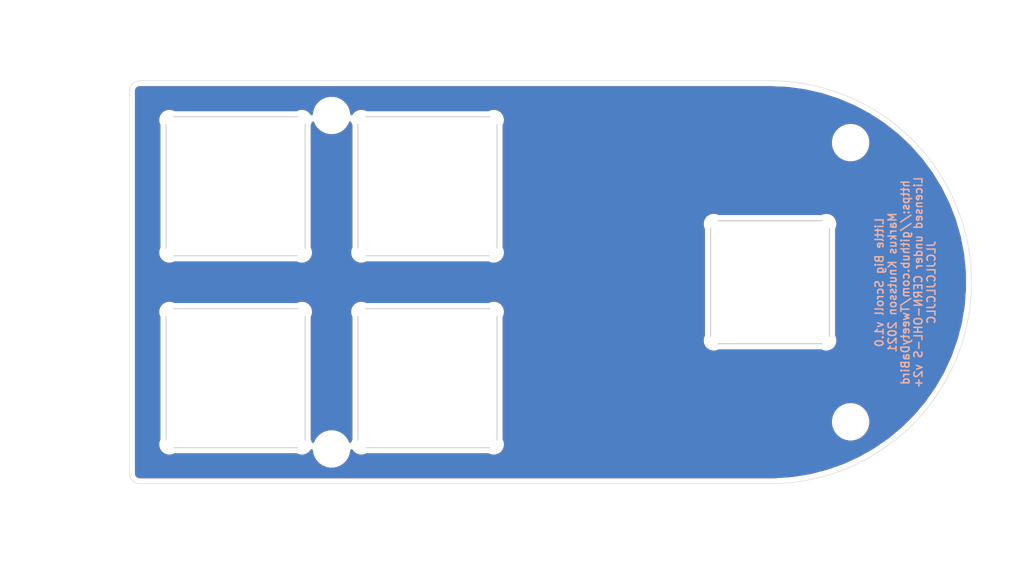
<source format=kicad_pcb>
(kicad_pcb (version 20171130) (host pcbnew "(5.1.9)-1")

  (general
    (thickness 1.6)
    (drawings 14)
    (tracks 0)
    (zones 0)
    (modules 9)
    (nets 1)
  )

  (page A4)
  (title_block
    (title "Little Big Scroll")
    (date 2021-11-30)
    (rev v1.0)
    (company "Markus Knutsson <markus.knutsson@tweety.se>")
    (comment 1 https://github.com/TweetyDaBird)
    (comment 2 "Licensed under CERN-OHL-S v2 or superseding version")
  )

  (layers
    (0 F.Cu signal)
    (31 B.Cu signal)
    (32 B.Adhes user hide)
    (33 F.Adhes user hide)
    (34 B.Paste user hide)
    (35 F.Paste user hide)
    (36 B.SilkS user)
    (37 F.SilkS user)
    (38 B.Mask user hide)
    (39 F.Mask user hide)
    (40 Dwgs.User user hide)
    (41 Cmts.User user hide)
    (42 Eco1.User user hide)
    (43 Eco2.User user hide)
    (44 Edge.Cuts user)
    (45 Margin user hide)
    (46 B.CrtYd user hide)
    (47 F.CrtYd user hide)
    (48 B.Fab user hide)
    (49 F.Fab user hide)
  )

  (setup
    (last_trace_width 0.25)
    (trace_clearance 0.2)
    (zone_clearance 0.508)
    (zone_45_only yes)
    (trace_min 0.2)
    (via_size 0.8)
    (via_drill 0.4)
    (via_min_size 0.4)
    (via_min_drill 0.3)
    (uvia_size 0.3)
    (uvia_drill 0.1)
    (uvias_allowed no)
    (uvia_min_size 0.2)
    (uvia_min_drill 0.1)
    (edge_width 0.05)
    (segment_width 0.2)
    (pcb_text_width 0.3)
    (pcb_text_size 1.5 1.5)
    (mod_edge_width 0.12)
    (mod_text_size 1 1)
    (mod_text_width 0.15)
    (pad_size 1.524 1.524)
    (pad_drill 0.762)
    (pad_to_mask_clearance 0)
    (aux_axis_origin 0 0)
    (visible_elements 7FFFFFFF)
    (pcbplotparams
      (layerselection 0x010fc_ffffffff)
      (usegerberextensions true)
      (usegerberattributes true)
      (usegerberadvancedattributes false)
      (creategerberjobfile false)
      (excludeedgelayer true)
      (linewidth 0.100000)
      (plotframeref false)
      (viasonmask false)
      (mode 1)
      (useauxorigin false)
      (hpglpennumber 1)
      (hpglpenspeed 20)
      (hpglpendiameter 15.000000)
      (psnegative false)
      (psa4output false)
      (plotreference true)
      (plotvalue false)
      (plotinvisibletext false)
      (padsonsilk false)
      (subtractmaskfromsilk true)
      (outputformat 1)
      (mirror false)
      (drillshape 0)
      (scaleselection 1)
      (outputdirectory "Gerbers/"))
  )

  (net 0 "")

  (net_class Default "This is the default net class."
    (clearance 0.2)
    (trace_width 0.25)
    (via_dia 0.8)
    (via_drill 0.4)
    (uvia_dia 0.3)
    (uvia_drill 0.1)
  )

  (net_class VCC ""
    (clearance 0.2)
    (trace_width 0.45)
    (via_dia 0.8)
    (via_drill 0.4)
    (uvia_dia 0.3)
    (uvia_drill 0.1)
  )

  (module keyswitches:RotaryEncoder_PlateHole_Placeholder (layer F.Cu) (tedit 61A603EE) (tstamp 619F23CE)
    (at 219.38 111.555 90)
    (descr "Alps rotary encoder, EC12E... with switch, vertical shaft, http://www.alps.com/prod/info/E/HTML/Encoder/Incremental/EC11/EC11E15204A3.html")
    (tags "rotary encoder")
    (path /61F0CC2E)
    (fp_text reference SW7 (at -4.7 -7.2 90) (layer F.Fab)
      (effects (font (size 1 1) (thickness 0.15)))
    )
    (fp_text value Rotary_Encoder_Switch (at 0 7.9 90) (layer F.Fab)
      (effects (font (size 1 1) (thickness 0.15)))
    )
    (fp_line (start 6.1 -5.9) (end 6.1 5.9) (layer Edge.Cuts) (width 0.12))
    (fp_line (start -6.1 -5.9) (end -6.1 5.9) (layer Edge.Cuts) (width 0.12))
    (fp_line (start 6.1 -5.9) (end -6.1 -5.9) (layer Edge.Cuts) (width 0.12))
    (fp_line (start 6.1 5.9) (end -6.1 5.9) (layer Edge.Cuts) (width 0.12))
    (pad "" np_thru_hole circle (at 5.7786 -5.5786 90) (size 1 1) (drill 1) (layers *.Cu *.Mask))
    (pad "" np_thru_hole circle (at -5.7786 5.5786 90) (size 1 1) (drill 1) (layers *.Cu *.Mask))
    (pad "" np_thru_hole circle (at -5.7786 -5.5786 90) (size 1 1) (drill 1) (layers *.Cu *.Mask))
    (pad "" np_thru_hole circle (at 5.7786 5.5786 90) (size 1 1) (drill 1) (layers *.Cu *.Mask))
    (model ${KISYS3DMOD}/Rotary_Encoder.3dshapes/RotaryEncoder_Alps_EC11E-Switch_Vertical_H20mm.wrl
      (at (xyz 0 0 0))
      (scale (xyz 1 1 1))
      (rotate (xyz 0 0 0))
    )
  )

  (module keyswitches:Cherry_MX_Plate_Placeholder (layer F.Cu) (tedit 61A601C9) (tstamp 619F03E7)
    (at 185.38 121.08)
    (descr "MX-style keyswitch with reversible Kailh socket mount")
    (tags MX,cherry,gateron,kailh,pg1511,socket)
    (path /61F0A1A5)
    (fp_text reference SW4 (at 0 0) (layer F.SilkS) hide
      (effects (font (size 1.27 1.27) (thickness 0.15)))
    )
    (fp_text value SW_Push (at 0 0) (layer F.SilkS) hide
      (effects (font (size 1.27 1.27) (thickness 0.15)))
    )
    (fp_line (start -6.9 6.9) (end 6.9 6.9) (layer Edge.Cuts) (width 0.1))
    (fp_line (start 6.9 -6.9) (end -6.9 -6.9) (layer Edge.Cuts) (width 0.1))
    (fp_line (start -6.9 -6.9) (end -6.9 6.9) (layer Edge.Cuts) (width 0.1))
    (fp_line (start 6.9 6.9) (end 6.9 -6.9) (layer Edge.Cuts) (width 0.1))
    (pad "" np_thru_hole circle (at -6.5786 -6.5786) (size 1 1) (drill 1) (layers *.Cu *.Mask))
    (pad "" np_thru_hole circle (at 6.5786 -6.5786) (size 1 1) (drill 1) (layers *.Cu *.Mask))
    (pad "" np_thru_hole circle (at 6.5786 6.5786) (size 1 1) (drill 1) (layers *.Cu *.Mask))
    (pad "" np_thru_hole circle (at -6.5786 6.5786) (size 1 1) (drill 1) (layers *.Cu *.Mask))
  )

  (module keyswitches:Cherry_MX_Plate_Placeholder (layer F.Cu) (tedit 61A601C9) (tstamp 619F03AC)
    (at 166.33 121.08)
    (descr "MX-style keyswitch with reversible Kailh socket mount")
    (tags MX,cherry,gateron,kailh,pg1511,socket)
    (path /61F08FF4)
    (fp_text reference SW3 (at 0 0) (layer F.SilkS) hide
      (effects (font (size 1.27 1.27) (thickness 0.15)))
    )
    (fp_text value SW_Push (at 0 0) (layer F.SilkS) hide
      (effects (font (size 1.27 1.27) (thickness 0.15)))
    )
    (fp_line (start -6.9 6.9) (end 6.9 6.9) (layer Edge.Cuts) (width 0.1))
    (fp_line (start 6.9 -6.9) (end -6.9 -6.9) (layer Edge.Cuts) (width 0.1))
    (fp_line (start -6.9 -6.9) (end -6.9 6.9) (layer Edge.Cuts) (width 0.1))
    (fp_line (start 6.9 6.9) (end 6.9 -6.9) (layer Edge.Cuts) (width 0.1))
    (pad "" np_thru_hole circle (at -6.5786 -6.5786) (size 1 1) (drill 1) (layers *.Cu *.Mask))
    (pad "" np_thru_hole circle (at 6.5786 -6.5786) (size 1 1) (drill 1) (layers *.Cu *.Mask))
    (pad "" np_thru_hole circle (at 6.5786 6.5786) (size 1 1) (drill 1) (layers *.Cu *.Mask))
    (pad "" np_thru_hole circle (at -6.5786 6.5786) (size 1 1) (drill 1) (layers *.Cu *.Mask))
  )

  (module keyswitches:Cherry_MX_Plate_Placeholder (layer F.Cu) (tedit 61A601C9) (tstamp 619F0371)
    (at 185.38 102.03)
    (descr "MX-style keyswitch with reversible Kailh socket mount")
    (tags MX,cherry,gateron,kailh,pg1511,socket)
    (path /61F08A46)
    (fp_text reference SW2 (at 0 0) (layer F.SilkS) hide
      (effects (font (size 1.27 1.27) (thickness 0.15)))
    )
    (fp_text value SW_Push (at 0 0) (layer F.SilkS) hide
      (effects (font (size 1.27 1.27) (thickness 0.15)))
    )
    (fp_line (start -6.9 6.9) (end 6.9 6.9) (layer Edge.Cuts) (width 0.1))
    (fp_line (start 6.9 -6.9) (end -6.9 -6.9) (layer Edge.Cuts) (width 0.1))
    (fp_line (start -6.9 -6.9) (end -6.9 6.9) (layer Edge.Cuts) (width 0.1))
    (fp_line (start 6.9 6.9) (end 6.9 -6.9) (layer Edge.Cuts) (width 0.1))
    (pad "" np_thru_hole circle (at -6.5786 -6.5786) (size 1 1) (drill 1) (layers *.Cu *.Mask))
    (pad "" np_thru_hole circle (at 6.5786 -6.5786) (size 1 1) (drill 1) (layers *.Cu *.Mask))
    (pad "" np_thru_hole circle (at 6.5786 6.5786) (size 1 1) (drill 1) (layers *.Cu *.Mask))
    (pad "" np_thru_hole circle (at -6.5786 6.5786) (size 1 1) (drill 1) (layers *.Cu *.Mask))
  )

  (module keyswitches:Cherry_MX_Plate_Placeholder (layer F.Cu) (tedit 61A601C9) (tstamp 619F0336)
    (at 166.33 102.03)
    (descr "MX-style keyswitch with reversible Kailh socket mount")
    (tags MX,cherry,gateron,kailh,pg1511,socket)
    (path /61F07A41)
    (fp_text reference SW1 (at 0 0) (layer F.SilkS) hide
      (effects (font (size 1.27 1.27) (thickness 0.15)))
    )
    (fp_text value SW_Push (at 0 0) (layer F.SilkS) hide
      (effects (font (size 1.27 1.27) (thickness 0.15)))
    )
    (fp_line (start -6.9 6.9) (end 6.9 6.9) (layer Edge.Cuts) (width 0.1))
    (fp_line (start 6.9 -6.9) (end -6.9 -6.9) (layer Edge.Cuts) (width 0.1))
    (fp_line (start -6.9 -6.9) (end -6.9 6.9) (layer Edge.Cuts) (width 0.1))
    (fp_line (start 6.9 6.9) (end 6.9 -6.9) (layer Edge.Cuts) (width 0.1))
    (pad "" np_thru_hole circle (at -6.5786 -6.5786) (size 1 1) (drill 1) (layers *.Cu *.Mask))
    (pad "" np_thru_hole circle (at 6.5786 -6.5786) (size 1 1) (drill 1) (layers *.Cu *.Mask))
    (pad "" np_thru_hole circle (at 6.5786 6.5786) (size 1 1) (drill 1) (layers *.Cu *.Mask))
    (pad "" np_thru_hole circle (at -6.5786 6.5786) (size 1 1) (drill 1) (layers *.Cu *.Mask))
  )

  (module MountingHole:MountingHole_2.7mm_M2.5 (layer F.Cu) (tedit 56D1B4CB) (tstamp 619F2A99)
    (at 175.855 128.105)
    (descr "Mounting Hole 2.7mm, no annular, M2.5")
    (tags "mounting hole 2.7mm no annular m2.5")
    (path /61F12261)
    (attr virtual)
    (fp_text reference H4 (at 0 -3.7) (layer F.SilkS) hide
      (effects (font (size 1 1) (thickness 0.15)))
    )
    (fp_text value Hole (at 0 3.7) (layer F.Fab)
      (effects (font (size 1 1) (thickness 0.15)))
    )
    (fp_circle (center 0 0) (end 2.7 0) (layer Cmts.User) (width 0.15))
    (fp_circle (center 0 0) (end 2.95 0) (layer F.CrtYd) (width 0.05))
    (fp_text user %R (at 0.3 0) (layer F.Fab)
      (effects (font (size 1 1) (thickness 0.15)))
    )
    (pad 1 np_thru_hole circle (at 0 0) (size 2.7 2.7) (drill 2.7) (layers *.Cu *.Mask))
  )

  (module MountingHole:MountingHole_2.7mm_M2.5 (layer F.Cu) (tedit 56D1B4CB) (tstamp 619F2A91)
    (at 227.38 125.411406)
    (descr "Mounting Hole 2.7mm, no annular, M2.5")
    (tags "mounting hole 2.7mm no annular m2.5")
    (path /61F12B94)
    (attr virtual)
    (fp_text reference H3 (at 0 -3.7) (layer F.SilkS) hide
      (effects (font (size 1 1) (thickness 0.15)))
    )
    (fp_text value Hole (at 0 3.7) (layer F.Fab)
      (effects (font (size 1 1) (thickness 0.15)))
    )
    (fp_circle (center 0 0) (end 2.7 0) (layer Cmts.User) (width 0.15))
    (fp_circle (center 0 0) (end 2.95 0) (layer F.CrtYd) (width 0.05))
    (fp_text user %R (at 0.3 0) (layer F.Fab)
      (effects (font (size 1 1) (thickness 0.15)))
    )
    (pad 1 np_thru_hole circle (at 0 0) (size 2.7 2.7) (drill 2.7) (layers *.Cu *.Mask))
  )

  (module MountingHole:MountingHole_2.7mm_M2.5 (layer F.Cu) (tedit 56D1B4CB) (tstamp 619F2A89)
    (at 227.38 97.698594)
    (descr "Mounting Hole 2.7mm, no annular, M2.5")
    (tags "mounting hole 2.7mm no annular m2.5")
    (path /61F11CB7)
    (attr virtual)
    (fp_text reference H2 (at 0 -3.7) (layer F.SilkS) hide
      (effects (font (size 1 1) (thickness 0.15)))
    )
    (fp_text value Hole (at 0 3.7) (layer F.Fab)
      (effects (font (size 1 1) (thickness 0.15)))
    )
    (fp_circle (center 0 0) (end 2.7 0) (layer Cmts.User) (width 0.15))
    (fp_circle (center 0 0) (end 2.95 0) (layer F.CrtYd) (width 0.05))
    (fp_text user %R (at 0.3 0) (layer F.Fab)
      (effects (font (size 1 1) (thickness 0.15)))
    )
    (pad 1 np_thru_hole circle (at 0 0) (size 2.7 2.7) (drill 2.7) (layers *.Cu *.Mask))
  )

  (module MountingHole:MountingHole_2.7mm_M2.5 (layer F.Cu) (tedit 56D1B4CB) (tstamp 619F2A81)
    (at 175.855 95.005)
    (descr "Mounting Hole 2.7mm, no annular, M2.5")
    (tags "mounting hole 2.7mm no annular m2.5")
    (path /61F12E62)
    (attr virtual)
    (fp_text reference H1 (at 0 -3.7) (layer F.SilkS) hide
      (effects (font (size 1 1) (thickness 0.15)))
    )
    (fp_text value Hole (at 0 3.7) (layer F.Fab)
      (effects (font (size 1 1) (thickness 0.15)))
    )
    (fp_circle (center 0 0) (end 2.7 0) (layer Cmts.User) (width 0.15))
    (fp_circle (center 0 0) (end 2.95 0) (layer F.CrtYd) (width 0.05))
    (fp_text user %R (at 0.3 0) (layer F.Fab)
      (effects (font (size 1 1) (thickness 0.15)))
    )
    (pad 1 np_thru_hole circle (at 0 0) (size 2.7 2.7) (drill 2.7) (layers *.Cu *.Mask))
  )

  (gr_text "Little Big Scroll v1.0\nMarkus Knutsson 2021\nhttps://github.com/TweetyDaBird\nLicensed under CERN-OHL-S v2+\nJLCJLCJLCJLC" (at 232.81 111.58 90) (layer B.SilkS)
    (effects (font (size 0.8 0.8) (thickness 0.15)) (justify mirror))
  )
  (gr_arc (start 156.805 92.56) (end 156.805 91.56) (angle -90) (layer Edge.Cuts) (width 0.05) (tstamp 61A196CD))
  (gr_arc (start 156.805 130.55) (end 155.805 130.55) (angle -90) (layer Edge.Cuts) (width 0.05))
  (gr_arc (start 219.38 111.555) (end 219.38 131.55) (angle -180) (layer Edge.Cuts) (width 0.05))
  (gr_arc (start 219.38 111.555) (end 219.38 131.555) (angle -180) (layer Dwgs.User) (width 0.15))
  (gr_line (start 155.8 91.555) (end 219.38 91.555) (layer Dwgs.User) (width 0.15) (tstamp 619F7CAD))
  (gr_line (start 155.8 91.555) (end 155.8 131.555) (layer Dwgs.User) (width 0.15))
  (gr_line (start 155.8 131.555) (end 219.38 131.555) (layer Dwgs.User) (width 0.15))
  (gr_circle (center 219.38 111.555) (end 239.38 111.555) (layer Dwgs.User) (width 0.15) (tstamp 619F30B2))
  (gr_line (start 155.805 92.56) (end 155.805 130.55) (layer Edge.Cuts) (width 0.05))
  (gr_line (start 156.805 131.55) (end 219.38 131.55) (layer Edge.Cuts) (width 0.05))
  (gr_line (start 156.805 91.56) (end 219.38 91.56) (layer Edge.Cuts) (width 0.05))
  (gr_circle (center 219.38 111.555) (end 231.38 111.555) (layer Dwgs.User) (width 0.15) (tstamp 619F2630))
  (gr_circle (center 219.38 111.555) (end 234.38 111.555) (layer Dwgs.User) (width 0.15))

  (zone (net 0) (net_name "") (layer B.Cu) (tstamp 0) (hatch edge 0.508)
    (connect_pads (clearance 0.508))
    (min_thickness 0.254)
    (fill yes (arc_segments 32) (thermal_gap 0.508) (thermal_bridge_width 0.508))
    (polygon
      (pts
        (xy 244.61 139.82) (xy 142.94 139.82) (xy 142.94 83.54) (xy 244.61 83.54)
      )
    )
    (filled_polygon
      (pts
        (xy 221.098706 92.297197) (xy 222.803819 92.526222) (xy 224.481811 92.905913) (xy 226.119415 93.433267) (xy 227.703645 94.104102)
        (xy 229.221976 94.913112) (xy 230.662394 95.853901) (xy 232.013458 96.918994) (xy 233.264504 98.099984) (xy 234.405606 99.387499)
        (xy 235.427747 100.771366) (xy 236.322816 102.240608) (xy 237.083738 103.783603) (xy 237.70448 105.388128) (xy 238.180136 107.041486)
        (xy 238.506933 108.730582) (xy 238.682287 110.442044) (xy 238.704806 112.162299) (xy 238.574313 113.877773) (xy 238.291845 115.574833)
        (xy 237.859634 117.240073) (xy 237.281099 118.86031) (xy 236.560832 120.422692) (xy 235.704526 121.914864) (xy 234.71897 123.325002)
        (xy 233.61195 124.64196) (xy 232.392253 125.855287) (xy 231.069527 126.955386) (xy 229.654243 127.933549) (xy 228.157614 128.782025)
        (xy 226.591472 129.494108) (xy 224.968237 130.064147) (xy 223.300765 130.487631) (xy 221.602234 130.761212) (xy 219.875748 130.883454)
        (xy 219.375715 130.89) (xy 156.837279 130.89) (xy 156.739576 130.88042) (xy 156.676643 130.86142) (xy 156.618594 130.830554)
        (xy 156.567657 130.789011) (xy 156.525752 130.738356) (xy 156.494485 130.680529) (xy 156.475044 130.617728) (xy 156.465 130.522165)
        (xy 156.465 114.389612) (xy 158.6164 114.389612) (xy 158.6164 114.613188) (xy 158.660017 114.832467) (xy 158.745 115.037634)
        (xy 158.745001 127.122364) (xy 158.660017 127.327533) (xy 158.6164 127.546812) (xy 158.6164 127.770388) (xy 158.660017 127.989667)
        (xy 158.745576 128.196224) (xy 158.869788 128.38212) (xy 158.892532 128.404864) (xy 158.943289 128.466711) (xy 159.005136 128.517468)
        (xy 159.02788 128.540212) (xy 159.213776 128.664424) (xy 159.420333 128.749983) (xy 159.639612 128.7936) (xy 159.863188 128.7936)
        (xy 160.082467 128.749983) (xy 160.287633 128.665) (xy 172.372367 128.665) (xy 172.577533 128.749983) (xy 172.796812 128.7936)
        (xy 173.020388 128.7936) (xy 173.239667 128.749983) (xy 173.446224 128.664424) (xy 173.63212 128.540212) (xy 173.654864 128.517468)
        (xy 173.716711 128.466711) (xy 173.767468 128.404864) (xy 173.790212 128.38212) (xy 173.87 128.262709) (xy 173.87 128.300505)
        (xy 173.946282 128.684003) (xy 174.095915 129.04525) (xy 174.313149 129.370364) (xy 174.589636 129.646851) (xy 174.91475 129.864085)
        (xy 175.275997 130.013718) (xy 175.659495 130.09) (xy 176.050505 130.09) (xy 176.434003 130.013718) (xy 176.79525 129.864085)
        (xy 177.120364 129.646851) (xy 177.396851 129.370364) (xy 177.614085 129.04525) (xy 177.763718 128.684003) (xy 177.84 128.300505)
        (xy 177.84 128.262709) (xy 177.919788 128.38212) (xy 177.942532 128.404864) (xy 177.993289 128.466711) (xy 178.055136 128.517468)
        (xy 178.07788 128.540212) (xy 178.263776 128.664424) (xy 178.470333 128.749983) (xy 178.689612 128.7936) (xy 178.913188 128.7936)
        (xy 179.132467 128.749983) (xy 179.337633 128.665) (xy 191.422367 128.665) (xy 191.627533 128.749983) (xy 191.846812 128.7936)
        (xy 192.070388 128.7936) (xy 192.289667 128.749983) (xy 192.496224 128.664424) (xy 192.68212 128.540212) (xy 192.704864 128.517468)
        (xy 192.766711 128.466711) (xy 192.817468 128.404864) (xy 192.840212 128.38212) (xy 192.964424 128.196224) (xy 193.049983 127.989667)
        (xy 193.0936 127.770388) (xy 193.0936 127.546812) (xy 193.049983 127.327533) (xy 192.965 127.122367) (xy 192.965 125.215901)
        (xy 225.395 125.215901) (xy 225.395 125.606911) (xy 225.471282 125.990409) (xy 225.620915 126.351656) (xy 225.838149 126.67677)
        (xy 226.114636 126.953257) (xy 226.43975 127.170491) (xy 226.800997 127.320124) (xy 227.184495 127.396406) (xy 227.575505 127.396406)
        (xy 227.959003 127.320124) (xy 228.32025 127.170491) (xy 228.645364 126.953257) (xy 228.921851 126.67677) (xy 229.139085 126.351656)
        (xy 229.288718 125.990409) (xy 229.365 125.606911) (xy 229.365 125.215901) (xy 229.288718 124.832403) (xy 229.139085 124.471156)
        (xy 228.921851 124.146042) (xy 228.645364 123.869555) (xy 228.32025 123.652321) (xy 227.959003 123.502688) (xy 227.575505 123.426406)
        (xy 227.184495 123.426406) (xy 226.800997 123.502688) (xy 226.43975 123.652321) (xy 226.114636 123.869555) (xy 225.838149 124.146042)
        (xy 225.620915 124.471156) (xy 225.471282 124.832403) (xy 225.395 125.215901) (xy 192.965 125.215901) (xy 192.965 115.037633)
        (xy 193.049983 114.832467) (xy 193.0936 114.613188) (xy 193.0936 114.389612) (xy 193.049983 114.170333) (xy 192.964424 113.963776)
        (xy 192.840212 113.77788) (xy 192.817468 113.755136) (xy 192.766711 113.693289) (xy 192.704864 113.642532) (xy 192.68212 113.619788)
        (xy 192.496224 113.495576) (xy 192.289667 113.410017) (xy 192.070388 113.3664) (xy 191.846812 113.3664) (xy 191.627533 113.410017)
        (xy 191.422367 113.495) (xy 179.337633 113.495) (xy 179.132467 113.410017) (xy 178.913188 113.3664) (xy 178.689612 113.3664)
        (xy 178.470333 113.410017) (xy 178.263776 113.495576) (xy 178.07788 113.619788) (xy 178.055136 113.642532) (xy 177.993289 113.693289)
        (xy 177.942532 113.755136) (xy 177.919788 113.77788) (xy 177.795576 113.963776) (xy 177.710017 114.170333) (xy 177.6664 114.389612)
        (xy 177.6664 114.613188) (xy 177.710017 114.832467) (xy 177.795 115.037634) (xy 177.795001 127.122364) (xy 177.710017 127.327533)
        (xy 177.700769 127.374025) (xy 177.614085 127.16475) (xy 177.396851 126.839636) (xy 177.120364 126.563149) (xy 176.79525 126.345915)
        (xy 176.434003 126.196282) (xy 176.050505 126.12) (xy 175.659495 126.12) (xy 175.275997 126.196282) (xy 174.91475 126.345915)
        (xy 174.589636 126.563149) (xy 174.313149 126.839636) (xy 174.095915 127.16475) (xy 174.009231 127.374025) (xy 173.999983 127.327533)
        (xy 173.915 127.122367) (xy 173.915 115.037633) (xy 173.999983 114.832467) (xy 174.0436 114.613188) (xy 174.0436 114.389612)
        (xy 173.999983 114.170333) (xy 173.914424 113.963776) (xy 173.790212 113.77788) (xy 173.767468 113.755136) (xy 173.716711 113.693289)
        (xy 173.654864 113.642532) (xy 173.63212 113.619788) (xy 173.446224 113.495576) (xy 173.239667 113.410017) (xy 173.020388 113.3664)
        (xy 172.796812 113.3664) (xy 172.577533 113.410017) (xy 172.372367 113.495) (xy 160.287633 113.495) (xy 160.082467 113.410017)
        (xy 159.863188 113.3664) (xy 159.639612 113.3664) (xy 159.420333 113.410017) (xy 159.213776 113.495576) (xy 159.02788 113.619788)
        (xy 159.005136 113.642532) (xy 158.943289 113.693289) (xy 158.892532 113.755136) (xy 158.869788 113.77788) (xy 158.745576 113.963776)
        (xy 158.660017 114.170333) (xy 158.6164 114.389612) (xy 156.465 114.389612) (xy 156.465 95.339612) (xy 158.6164 95.339612)
        (xy 158.6164 95.563188) (xy 158.660017 95.782467) (xy 158.745 95.987634) (xy 158.745001 108.072364) (xy 158.660017 108.277533)
        (xy 158.6164 108.496812) (xy 158.6164 108.720388) (xy 158.660017 108.939667) (xy 158.745576 109.146224) (xy 158.869788 109.33212)
        (xy 158.892532 109.354864) (xy 158.943289 109.416711) (xy 159.005136 109.467468) (xy 159.02788 109.490212) (xy 159.213776 109.614424)
        (xy 159.420333 109.699983) (xy 159.639612 109.7436) (xy 159.863188 109.7436) (xy 160.082467 109.699983) (xy 160.287633 109.615)
        (xy 172.372367 109.615) (xy 172.577533 109.699983) (xy 172.796812 109.7436) (xy 173.020388 109.7436) (xy 173.239667 109.699983)
        (xy 173.446224 109.614424) (xy 173.63212 109.490212) (xy 173.654864 109.467468) (xy 173.716711 109.416711) (xy 173.767468 109.354864)
        (xy 173.790212 109.33212) (xy 173.914424 109.146224) (xy 173.999983 108.939667) (xy 174.0436 108.720388) (xy 174.0436 108.496812)
        (xy 173.999983 108.277533) (xy 173.915 108.072367) (xy 173.915 95.987633) (xy 173.999983 95.782467) (xy 174.009231 95.735975)
        (xy 174.095915 95.94525) (xy 174.313149 96.270364) (xy 174.589636 96.546851) (xy 174.91475 96.764085) (xy 175.275997 96.913718)
        (xy 175.659495 96.99) (xy 176.050505 96.99) (xy 176.434003 96.913718) (xy 176.79525 96.764085) (xy 177.120364 96.546851)
        (xy 177.396851 96.270364) (xy 177.614085 95.94525) (xy 177.700769 95.735975) (xy 177.710017 95.782467) (xy 177.795 95.987634)
        (xy 177.795001 108.072364) (xy 177.710017 108.277533) (xy 177.6664 108.496812) (xy 177.6664 108.720388) (xy 177.710017 108.939667)
        (xy 177.795576 109.146224) (xy 177.919788 109.33212) (xy 177.942532 109.354864) (xy 177.993289 109.416711) (xy 178.055136 109.467468)
        (xy 178.07788 109.490212) (xy 178.263776 109.614424) (xy 178.470333 109.699983) (xy 178.689612 109.7436) (xy 178.913188 109.7436)
        (xy 179.132467 109.699983) (xy 179.337633 109.615) (xy 191.422367 109.615) (xy 191.627533 109.699983) (xy 191.846812 109.7436)
        (xy 192.070388 109.7436) (xy 192.289667 109.699983) (xy 192.496224 109.614424) (xy 192.68212 109.490212) (xy 192.704864 109.467468)
        (xy 192.766711 109.416711) (xy 192.817468 109.354864) (xy 192.840212 109.33212) (xy 192.964424 109.146224) (xy 193.049983 108.939667)
        (xy 193.0936 108.720388) (xy 193.0936 108.496812) (xy 193.049983 108.277533) (xy 192.965 108.072367) (xy 192.965 105.664612)
        (xy 212.6664 105.664612) (xy 212.6664 105.888188) (xy 212.710017 106.107467) (xy 212.785 106.288492) (xy 212.785001 116.821506)
        (xy 212.710017 117.002533) (xy 212.6664 117.221812) (xy 212.6664 117.445388) (xy 212.710017 117.664667) (xy 212.795576 117.871224)
        (xy 212.855296 117.960601) (xy 212.899333 118.042989) (xy 212.986183 118.148817) (xy 213.092011 118.235667) (xy 213.174399 118.279704)
        (xy 213.263776 118.339424) (xy 213.470333 118.424983) (xy 213.689612 118.4686) (xy 213.913188 118.4686) (xy 214.132467 118.424983)
        (xy 214.313491 118.35) (xy 224.446509 118.35) (xy 224.627533 118.424983) (xy 224.846812 118.4686) (xy 225.070388 118.4686)
        (xy 225.289667 118.424983) (xy 225.496224 118.339424) (xy 225.585601 118.279704) (xy 225.667989 118.235667) (xy 225.773817 118.148817)
        (xy 225.860667 118.042989) (xy 225.904704 117.960601) (xy 225.964424 117.871224) (xy 226.049983 117.664667) (xy 226.0936 117.445388)
        (xy 226.0936 117.221812) (xy 226.049983 117.002533) (xy 225.975 116.821509) (xy 225.975 106.288491) (xy 226.049983 106.107467)
        (xy 226.0936 105.888188) (xy 226.0936 105.664612) (xy 226.049983 105.445333) (xy 225.964424 105.238776) (xy 225.904704 105.149399)
        (xy 225.860667 105.067011) (xy 225.773817 104.961183) (xy 225.667989 104.874333) (xy 225.585601 104.830296) (xy 225.496224 104.770576)
        (xy 225.289667 104.685017) (xy 225.070388 104.6414) (xy 224.846812 104.6414) (xy 224.627533 104.685017) (xy 224.446509 104.76)
        (xy 214.313491 104.76) (xy 214.132467 104.685017) (xy 213.913188 104.6414) (xy 213.689612 104.6414) (xy 213.470333 104.685017)
        (xy 213.263776 104.770576) (xy 213.174399 104.830296) (xy 213.092011 104.874333) (xy 212.986183 104.961183) (xy 212.899333 105.067011)
        (xy 212.855296 105.149399) (xy 212.795576 105.238776) (xy 212.710017 105.445333) (xy 212.6664 105.664612) (xy 192.965 105.664612)
        (xy 192.965 97.503089) (xy 225.395 97.503089) (xy 225.395 97.894099) (xy 225.471282 98.277597) (xy 225.620915 98.638844)
        (xy 225.838149 98.963958) (xy 226.114636 99.240445) (xy 226.43975 99.457679) (xy 226.800997 99.607312) (xy 227.184495 99.683594)
        (xy 227.575505 99.683594) (xy 227.959003 99.607312) (xy 228.32025 99.457679) (xy 228.645364 99.240445) (xy 228.921851 98.963958)
        (xy 229.139085 98.638844) (xy 229.288718 98.277597) (xy 229.365 97.894099) (xy 229.365 97.503089) (xy 229.288718 97.119591)
        (xy 229.139085 96.758344) (xy 228.921851 96.43323) (xy 228.645364 96.156743) (xy 228.32025 95.939509) (xy 227.959003 95.789876)
        (xy 227.575505 95.713594) (xy 227.184495 95.713594) (xy 226.800997 95.789876) (xy 226.43975 95.939509) (xy 226.114636 96.156743)
        (xy 225.838149 96.43323) (xy 225.620915 96.758344) (xy 225.471282 97.119591) (xy 225.395 97.503089) (xy 192.965 97.503089)
        (xy 192.965 95.987633) (xy 193.049983 95.782467) (xy 193.0936 95.563188) (xy 193.0936 95.339612) (xy 193.049983 95.120333)
        (xy 192.964424 94.913776) (xy 192.840212 94.72788) (xy 192.817468 94.705136) (xy 192.766711 94.643289) (xy 192.704864 94.592532)
        (xy 192.68212 94.569788) (xy 192.496224 94.445576) (xy 192.289667 94.360017) (xy 192.070388 94.3164) (xy 191.846812 94.3164)
        (xy 191.627533 94.360017) (xy 191.422367 94.445) (xy 179.337633 94.445) (xy 179.132467 94.360017) (xy 178.913188 94.3164)
        (xy 178.689612 94.3164) (xy 178.470333 94.360017) (xy 178.263776 94.445576) (xy 178.07788 94.569788) (xy 178.055136 94.592532)
        (xy 177.993289 94.643289) (xy 177.942532 94.705136) (xy 177.919788 94.72788) (xy 177.84 94.847291) (xy 177.84 94.809495)
        (xy 177.763718 94.425997) (xy 177.614085 94.06475) (xy 177.396851 93.739636) (xy 177.120364 93.463149) (xy 176.79525 93.245915)
        (xy 176.434003 93.096282) (xy 176.050505 93.02) (xy 175.659495 93.02) (xy 175.275997 93.096282) (xy 174.91475 93.245915)
        (xy 174.589636 93.463149) (xy 174.313149 93.739636) (xy 174.095915 94.06475) (xy 173.946282 94.425997) (xy 173.87 94.809495)
        (xy 173.87 94.847291) (xy 173.790212 94.72788) (xy 173.767468 94.705136) (xy 173.716711 94.643289) (xy 173.654864 94.592532)
        (xy 173.63212 94.569788) (xy 173.446224 94.445576) (xy 173.239667 94.360017) (xy 173.020388 94.3164) (xy 172.796812 94.3164)
        (xy 172.577533 94.360017) (xy 172.372367 94.445) (xy 160.287633 94.445) (xy 160.082467 94.360017) (xy 159.863188 94.3164)
        (xy 159.639612 94.3164) (xy 159.420333 94.360017) (xy 159.213776 94.445576) (xy 159.02788 94.569788) (xy 159.005136 94.592532)
        (xy 158.943289 94.643289) (xy 158.892532 94.705136) (xy 158.869788 94.72788) (xy 158.745576 94.913776) (xy 158.660017 95.120333)
        (xy 158.6164 95.339612) (xy 156.465 95.339612) (xy 156.465 92.592279) (xy 156.47458 92.494576) (xy 156.49358 92.431644)
        (xy 156.524445 92.373595) (xy 156.565989 92.322657) (xy 156.616644 92.280752) (xy 156.674471 92.249485) (xy 156.737272 92.230044)
        (xy 156.832835 92.22) (xy 219.365321 92.22)
      )
    )
  )
  (zone (net 0) (net_name "") (layer F.Cu) (tstamp 61A6773D) (hatch edge 0.508)
    (connect_pads (clearance 0.508))
    (min_thickness 0.254)
    (fill yes (arc_segments 32) (thermal_gap 0.508) (thermal_bridge_width 0.508))
    (polygon
      (pts
        (xy 244.61 139.82) (xy 142.94 139.82) (xy 142.94 83.54) (xy 244.61 83.54)
      )
    )
    (filled_polygon
      (pts
        (xy 221.098706 92.297197) (xy 222.803819 92.526222) (xy 224.481811 92.905913) (xy 226.119415 93.433267) (xy 227.703645 94.104102)
        (xy 229.221976 94.913112) (xy 230.662394 95.853901) (xy 232.013458 96.918994) (xy 233.264504 98.099984) (xy 234.405606 99.387499)
        (xy 235.427747 100.771366) (xy 236.322816 102.240608) (xy 237.083738 103.783603) (xy 237.70448 105.388128) (xy 238.180136 107.041486)
        (xy 238.506933 108.730582) (xy 238.682287 110.442044) (xy 238.704806 112.162299) (xy 238.574313 113.877773) (xy 238.291845 115.574833)
        (xy 237.859634 117.240073) (xy 237.281099 118.86031) (xy 236.560832 120.422692) (xy 235.704526 121.914864) (xy 234.71897 123.325002)
        (xy 233.61195 124.64196) (xy 232.392253 125.855287) (xy 231.069527 126.955386) (xy 229.654243 127.933549) (xy 228.157614 128.782025)
        (xy 226.591472 129.494108) (xy 224.968237 130.064147) (xy 223.300765 130.487631) (xy 221.602234 130.761212) (xy 219.875748 130.883454)
        (xy 219.375715 130.89) (xy 156.837279 130.89) (xy 156.739576 130.88042) (xy 156.676643 130.86142) (xy 156.618594 130.830554)
        (xy 156.567657 130.789011) (xy 156.525752 130.738356) (xy 156.494485 130.680529) (xy 156.475044 130.617728) (xy 156.465 130.522165)
        (xy 156.465 114.389612) (xy 158.6164 114.389612) (xy 158.6164 114.613188) (xy 158.660017 114.832467) (xy 158.745 115.037634)
        (xy 158.745001 127.122364) (xy 158.660017 127.327533) (xy 158.6164 127.546812) (xy 158.6164 127.770388) (xy 158.660017 127.989667)
        (xy 158.745576 128.196224) (xy 158.869788 128.38212) (xy 158.892532 128.404864) (xy 158.943289 128.466711) (xy 159.005136 128.517468)
        (xy 159.02788 128.540212) (xy 159.213776 128.664424) (xy 159.420333 128.749983) (xy 159.639612 128.7936) (xy 159.863188 128.7936)
        (xy 160.082467 128.749983) (xy 160.287633 128.665) (xy 172.372367 128.665) (xy 172.577533 128.749983) (xy 172.796812 128.7936)
        (xy 173.020388 128.7936) (xy 173.239667 128.749983) (xy 173.446224 128.664424) (xy 173.63212 128.540212) (xy 173.654864 128.517468)
        (xy 173.716711 128.466711) (xy 173.767468 128.404864) (xy 173.790212 128.38212) (xy 173.87 128.262709) (xy 173.87 128.300505)
        (xy 173.946282 128.684003) (xy 174.095915 129.04525) (xy 174.313149 129.370364) (xy 174.589636 129.646851) (xy 174.91475 129.864085)
        (xy 175.275997 130.013718) (xy 175.659495 130.09) (xy 176.050505 130.09) (xy 176.434003 130.013718) (xy 176.79525 129.864085)
        (xy 177.120364 129.646851) (xy 177.396851 129.370364) (xy 177.614085 129.04525) (xy 177.763718 128.684003) (xy 177.84 128.300505)
        (xy 177.84 128.262709) (xy 177.919788 128.38212) (xy 177.942532 128.404864) (xy 177.993289 128.466711) (xy 178.055136 128.517468)
        (xy 178.07788 128.540212) (xy 178.263776 128.664424) (xy 178.470333 128.749983) (xy 178.689612 128.7936) (xy 178.913188 128.7936)
        (xy 179.132467 128.749983) (xy 179.337633 128.665) (xy 191.422367 128.665) (xy 191.627533 128.749983) (xy 191.846812 128.7936)
        (xy 192.070388 128.7936) (xy 192.289667 128.749983) (xy 192.496224 128.664424) (xy 192.68212 128.540212) (xy 192.704864 128.517468)
        (xy 192.766711 128.466711) (xy 192.817468 128.404864) (xy 192.840212 128.38212) (xy 192.964424 128.196224) (xy 193.049983 127.989667)
        (xy 193.0936 127.770388) (xy 193.0936 127.546812) (xy 193.049983 127.327533) (xy 192.965 127.122367) (xy 192.965 125.215901)
        (xy 225.395 125.215901) (xy 225.395 125.606911) (xy 225.471282 125.990409) (xy 225.620915 126.351656) (xy 225.838149 126.67677)
        (xy 226.114636 126.953257) (xy 226.43975 127.170491) (xy 226.800997 127.320124) (xy 227.184495 127.396406) (xy 227.575505 127.396406)
        (xy 227.959003 127.320124) (xy 228.32025 127.170491) (xy 228.645364 126.953257) (xy 228.921851 126.67677) (xy 229.139085 126.351656)
        (xy 229.288718 125.990409) (xy 229.365 125.606911) (xy 229.365 125.215901) (xy 229.288718 124.832403) (xy 229.139085 124.471156)
        (xy 228.921851 124.146042) (xy 228.645364 123.869555) (xy 228.32025 123.652321) (xy 227.959003 123.502688) (xy 227.575505 123.426406)
        (xy 227.184495 123.426406) (xy 226.800997 123.502688) (xy 226.43975 123.652321) (xy 226.114636 123.869555) (xy 225.838149 124.146042)
        (xy 225.620915 124.471156) (xy 225.471282 124.832403) (xy 225.395 125.215901) (xy 192.965 125.215901) (xy 192.965 115.037633)
        (xy 193.049983 114.832467) (xy 193.0936 114.613188) (xy 193.0936 114.389612) (xy 193.049983 114.170333) (xy 192.964424 113.963776)
        (xy 192.840212 113.77788) (xy 192.817468 113.755136) (xy 192.766711 113.693289) (xy 192.704864 113.642532) (xy 192.68212 113.619788)
        (xy 192.496224 113.495576) (xy 192.289667 113.410017) (xy 192.070388 113.3664) (xy 191.846812 113.3664) (xy 191.627533 113.410017)
        (xy 191.422367 113.495) (xy 179.337633 113.495) (xy 179.132467 113.410017) (xy 178.913188 113.3664) (xy 178.689612 113.3664)
        (xy 178.470333 113.410017) (xy 178.263776 113.495576) (xy 178.07788 113.619788) (xy 178.055136 113.642532) (xy 177.993289 113.693289)
        (xy 177.942532 113.755136) (xy 177.919788 113.77788) (xy 177.795576 113.963776) (xy 177.710017 114.170333) (xy 177.6664 114.389612)
        (xy 177.6664 114.613188) (xy 177.710017 114.832467) (xy 177.795 115.037634) (xy 177.795001 127.122364) (xy 177.710017 127.327533)
        (xy 177.700769 127.374025) (xy 177.614085 127.16475) (xy 177.396851 126.839636) (xy 177.120364 126.563149) (xy 176.79525 126.345915)
        (xy 176.434003 126.196282) (xy 176.050505 126.12) (xy 175.659495 126.12) (xy 175.275997 126.196282) (xy 174.91475 126.345915)
        (xy 174.589636 126.563149) (xy 174.313149 126.839636) (xy 174.095915 127.16475) (xy 174.009231 127.374025) (xy 173.999983 127.327533)
        (xy 173.915 127.122367) (xy 173.915 115.037633) (xy 173.999983 114.832467) (xy 174.0436 114.613188) (xy 174.0436 114.389612)
        (xy 173.999983 114.170333) (xy 173.914424 113.963776) (xy 173.790212 113.77788) (xy 173.767468 113.755136) (xy 173.716711 113.693289)
        (xy 173.654864 113.642532) (xy 173.63212 113.619788) (xy 173.446224 113.495576) (xy 173.239667 113.410017) (xy 173.020388 113.3664)
        (xy 172.796812 113.3664) (xy 172.577533 113.410017) (xy 172.372367 113.495) (xy 160.287633 113.495) (xy 160.082467 113.410017)
        (xy 159.863188 113.3664) (xy 159.639612 113.3664) (xy 159.420333 113.410017) (xy 159.213776 113.495576) (xy 159.02788 113.619788)
        (xy 159.005136 113.642532) (xy 158.943289 113.693289) (xy 158.892532 113.755136) (xy 158.869788 113.77788) (xy 158.745576 113.963776)
        (xy 158.660017 114.170333) (xy 158.6164 114.389612) (xy 156.465 114.389612) (xy 156.465 95.339612) (xy 158.6164 95.339612)
        (xy 158.6164 95.563188) (xy 158.660017 95.782467) (xy 158.745 95.987634) (xy 158.745001 108.072364) (xy 158.660017 108.277533)
        (xy 158.6164 108.496812) (xy 158.6164 108.720388) (xy 158.660017 108.939667) (xy 158.745576 109.146224) (xy 158.869788 109.33212)
        (xy 158.892532 109.354864) (xy 158.943289 109.416711) (xy 159.005136 109.467468) (xy 159.02788 109.490212) (xy 159.213776 109.614424)
        (xy 159.420333 109.699983) (xy 159.639612 109.7436) (xy 159.863188 109.7436) (xy 160.082467 109.699983) (xy 160.287633 109.615)
        (xy 172.372367 109.615) (xy 172.577533 109.699983) (xy 172.796812 109.7436) (xy 173.020388 109.7436) (xy 173.239667 109.699983)
        (xy 173.446224 109.614424) (xy 173.63212 109.490212) (xy 173.654864 109.467468) (xy 173.716711 109.416711) (xy 173.767468 109.354864)
        (xy 173.790212 109.33212) (xy 173.914424 109.146224) (xy 173.999983 108.939667) (xy 174.0436 108.720388) (xy 174.0436 108.496812)
        (xy 173.999983 108.277533) (xy 173.915 108.072367) (xy 173.915 95.987633) (xy 173.999983 95.782467) (xy 174.009231 95.735975)
        (xy 174.095915 95.94525) (xy 174.313149 96.270364) (xy 174.589636 96.546851) (xy 174.91475 96.764085) (xy 175.275997 96.913718)
        (xy 175.659495 96.99) (xy 176.050505 96.99) (xy 176.434003 96.913718) (xy 176.79525 96.764085) (xy 177.120364 96.546851)
        (xy 177.396851 96.270364) (xy 177.614085 95.94525) (xy 177.700769 95.735975) (xy 177.710017 95.782467) (xy 177.795 95.987634)
        (xy 177.795001 108.072364) (xy 177.710017 108.277533) (xy 177.6664 108.496812) (xy 177.6664 108.720388) (xy 177.710017 108.939667)
        (xy 177.795576 109.146224) (xy 177.919788 109.33212) (xy 177.942532 109.354864) (xy 177.993289 109.416711) (xy 178.055136 109.467468)
        (xy 178.07788 109.490212) (xy 178.263776 109.614424) (xy 178.470333 109.699983) (xy 178.689612 109.7436) (xy 178.913188 109.7436)
        (xy 179.132467 109.699983) (xy 179.337633 109.615) (xy 191.422367 109.615) (xy 191.627533 109.699983) (xy 191.846812 109.7436)
        (xy 192.070388 109.7436) (xy 192.289667 109.699983) (xy 192.496224 109.614424) (xy 192.68212 109.490212) (xy 192.704864 109.467468)
        (xy 192.766711 109.416711) (xy 192.817468 109.354864) (xy 192.840212 109.33212) (xy 192.964424 109.146224) (xy 193.049983 108.939667)
        (xy 193.0936 108.720388) (xy 193.0936 108.496812) (xy 193.049983 108.277533) (xy 192.965 108.072367) (xy 192.965 105.664612)
        (xy 212.6664 105.664612) (xy 212.6664 105.888188) (xy 212.710017 106.107467) (xy 212.785 106.288492) (xy 212.785001 116.821506)
        (xy 212.710017 117.002533) (xy 212.6664 117.221812) (xy 212.6664 117.445388) (xy 212.710017 117.664667) (xy 212.795576 117.871224)
        (xy 212.855296 117.960601) (xy 212.899333 118.042989) (xy 212.986183 118.148817) (xy 213.092011 118.235667) (xy 213.174399 118.279704)
        (xy 213.263776 118.339424) (xy 213.470333 118.424983) (xy 213.689612 118.4686) (xy 213.913188 118.4686) (xy 214.132467 118.424983)
        (xy 214.313491 118.35) (xy 224.446509 118.35) (xy 224.627533 118.424983) (xy 224.846812 118.4686) (xy 225.070388 118.4686)
        (xy 225.289667 118.424983) (xy 225.496224 118.339424) (xy 225.585601 118.279704) (xy 225.667989 118.235667) (xy 225.773817 118.148817)
        (xy 225.860667 118.042989) (xy 225.904704 117.960601) (xy 225.964424 117.871224) (xy 226.049983 117.664667) (xy 226.0936 117.445388)
        (xy 226.0936 117.221812) (xy 226.049983 117.002533) (xy 225.975 116.821509) (xy 225.975 106.288491) (xy 226.049983 106.107467)
        (xy 226.0936 105.888188) (xy 226.0936 105.664612) (xy 226.049983 105.445333) (xy 225.964424 105.238776) (xy 225.904704 105.149399)
        (xy 225.860667 105.067011) (xy 225.773817 104.961183) (xy 225.667989 104.874333) (xy 225.585601 104.830296) (xy 225.496224 104.770576)
        (xy 225.289667 104.685017) (xy 225.070388 104.6414) (xy 224.846812 104.6414) (xy 224.627533 104.685017) (xy 224.446509 104.76)
        (xy 214.313491 104.76) (xy 214.132467 104.685017) (xy 213.913188 104.6414) (xy 213.689612 104.6414) (xy 213.470333 104.685017)
        (xy 213.263776 104.770576) (xy 213.174399 104.830296) (xy 213.092011 104.874333) (xy 212.986183 104.961183) (xy 212.899333 105.067011)
        (xy 212.855296 105.149399) (xy 212.795576 105.238776) (xy 212.710017 105.445333) (xy 212.6664 105.664612) (xy 192.965 105.664612)
        (xy 192.965 97.503089) (xy 225.395 97.503089) (xy 225.395 97.894099) (xy 225.471282 98.277597) (xy 225.620915 98.638844)
        (xy 225.838149 98.963958) (xy 226.114636 99.240445) (xy 226.43975 99.457679) (xy 226.800997 99.607312) (xy 227.184495 99.683594)
        (xy 227.575505 99.683594) (xy 227.959003 99.607312) (xy 228.32025 99.457679) (xy 228.645364 99.240445) (xy 228.921851 98.963958)
        (xy 229.139085 98.638844) (xy 229.288718 98.277597) (xy 229.365 97.894099) (xy 229.365 97.503089) (xy 229.288718 97.119591)
        (xy 229.139085 96.758344) (xy 228.921851 96.43323) (xy 228.645364 96.156743) (xy 228.32025 95.939509) (xy 227.959003 95.789876)
        (xy 227.575505 95.713594) (xy 227.184495 95.713594) (xy 226.800997 95.789876) (xy 226.43975 95.939509) (xy 226.114636 96.156743)
        (xy 225.838149 96.43323) (xy 225.620915 96.758344) (xy 225.471282 97.119591) (xy 225.395 97.503089) (xy 192.965 97.503089)
        (xy 192.965 95.987633) (xy 193.049983 95.782467) (xy 193.0936 95.563188) (xy 193.0936 95.339612) (xy 193.049983 95.120333)
        (xy 192.964424 94.913776) (xy 192.840212 94.72788) (xy 192.817468 94.705136) (xy 192.766711 94.643289) (xy 192.704864 94.592532)
        (xy 192.68212 94.569788) (xy 192.496224 94.445576) (xy 192.289667 94.360017) (xy 192.070388 94.3164) (xy 191.846812 94.3164)
        (xy 191.627533 94.360017) (xy 191.422367 94.445) (xy 179.337633 94.445) (xy 179.132467 94.360017) (xy 178.913188 94.3164)
        (xy 178.689612 94.3164) (xy 178.470333 94.360017) (xy 178.263776 94.445576) (xy 178.07788 94.569788) (xy 178.055136 94.592532)
        (xy 177.993289 94.643289) (xy 177.942532 94.705136) (xy 177.919788 94.72788) (xy 177.84 94.847291) (xy 177.84 94.809495)
        (xy 177.763718 94.425997) (xy 177.614085 94.06475) (xy 177.396851 93.739636) (xy 177.120364 93.463149) (xy 176.79525 93.245915)
        (xy 176.434003 93.096282) (xy 176.050505 93.02) (xy 175.659495 93.02) (xy 175.275997 93.096282) (xy 174.91475 93.245915)
        (xy 174.589636 93.463149) (xy 174.313149 93.739636) (xy 174.095915 94.06475) (xy 173.946282 94.425997) (xy 173.87 94.809495)
        (xy 173.87 94.847291) (xy 173.790212 94.72788) (xy 173.767468 94.705136) (xy 173.716711 94.643289) (xy 173.654864 94.592532)
        (xy 173.63212 94.569788) (xy 173.446224 94.445576) (xy 173.239667 94.360017) (xy 173.020388 94.3164) (xy 172.796812 94.3164)
        (xy 172.577533 94.360017) (xy 172.372367 94.445) (xy 160.287633 94.445) (xy 160.082467 94.360017) (xy 159.863188 94.3164)
        (xy 159.639612 94.3164) (xy 159.420333 94.360017) (xy 159.213776 94.445576) (xy 159.02788 94.569788) (xy 159.005136 94.592532)
        (xy 158.943289 94.643289) (xy 158.892532 94.705136) (xy 158.869788 94.72788) (xy 158.745576 94.913776) (xy 158.660017 95.120333)
        (xy 158.6164 95.339612) (xy 156.465 95.339612) (xy 156.465 92.592279) (xy 156.47458 92.494576) (xy 156.49358 92.431644)
        (xy 156.524445 92.373595) (xy 156.565989 92.322657) (xy 156.616644 92.280752) (xy 156.674471 92.249485) (xy 156.737272 92.230044)
        (xy 156.832835 92.22) (xy 219.365321 92.22)
      )
    )
  )
)

</source>
